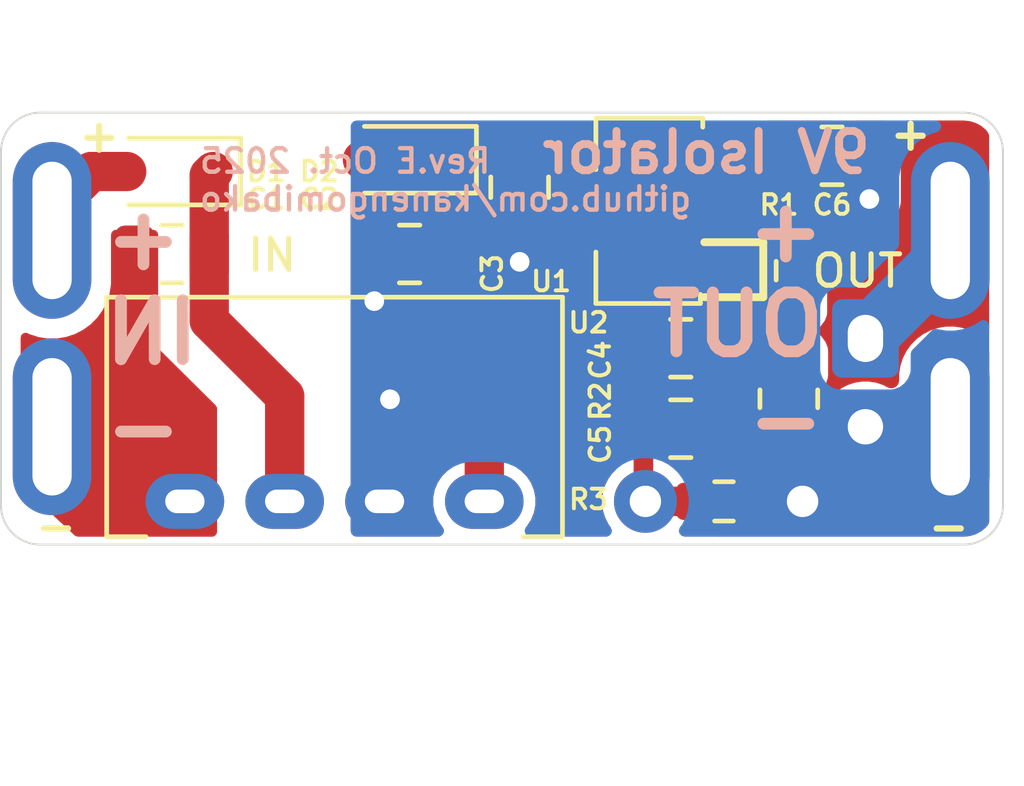
<source format=kicad_pcb>
(kicad_pcb (version 20241229) (generator "pcbnew") (generator_version "9.0")
  (layers (0 "F.Cu" signal) (2 "B.Cu" signal) (13 "F.Paste" user) (15 "B.Paste" user) (5 "F.SilkS" user "F.Silkscreen") (7 "B.SilkS" user "B.Silkscreen") (1 "F.Mask" user) (3 "B.Mask" user) (25 "Edge.Cuts" user))
  (net 0 "")
  (net 1 "GND_IN")
  (net 2 "Net-(D1-K)")
  (net 3 "GND")
  (net 4 "Net-(D2-K)")
  (net 5 "Net-(U2-ADJ)")
  (net 6 "Net-(D2-A)")
  (net 7 "Net-(D1-A)")
  (net 8 "Net-(J2-Pin_1)")
  (footprint "myFoot:my_D_SOD-323" (layer "F.Cu") (at 10.3 1.2 180)
    (property "Reference" "D2" (at 2.2 -0.3 0) (layer "F.SilkS") (effects (font (size 0.5 0.5) (thickness 0.1))))
    (property "Value" "1N5819WS")
    (fp_line (start -1.8 0.85) (end 1.05 0.85) (stroke (width 0.12)) (layer "F.SilkS"))
    (fp_line (start -1.8 -0.85) (end 1.05 -0.85) (stroke (width 0.12)) (layer "F.SilkS"))
    (fp_line (start -1.8 -0.85) (end -1.8 0.85) (stroke (width 0.12)) (layer "F.SilkS"))
    (pad "1" smd roundrect (at -1.1 0 180) (size 0.8 0.8) (layers "F.Cu" "F.Mask" "F.Paste") (net 4 "Net-(D2-K)"))
    (pad "2" smd roundrect (at 1.1 0 180) (size 0.8 0.8) (layers "F.Cu" "F.Mask" "F.Paste") (net 6 "Net-(D2-A)"))
  )
  (footprint "myFoot:my_conn" (layer "F.Cu") (at 22 6.95)
    (property "Reference" "REF**" (hide yes))
    (property "Value" "my_conn" (hide yes))
    (pad "1" thru_hole oval (at 0 1.05) (size 1.7 1.7) (drill oval 0.9) (layers "*.Cu" "*.Mask") (net 3 "GND"))
    (pad "2" thru_hole roundrect (at 0 -1.2) (size 1.7 2) (drill oval 0.9 1.2) (layers "*.Cu" "*.Mask") (roundrect_rratio 0.1470588235) (net 8 "Net-(J2-Pin_1)"))
  )
  (footprint "myFoot:my_conn" (layer "F.Cu") (at 24.16 5.5 180)
    (property "Reference" "J2" (hide yes))
    (property "Value" "OUT")
    (pad "1" thru_hole oval (at 0 2.5 180) (size 2 4.5) (drill oval 1 3.5) (layers "*.Cu" "*.Mask") (net 8 "Net-(J2-Pin_1)"))
    (pad "2" thru_hole oval (at 0 -2.5 180) (size 2 4.5) (drill oval 1 3.5) (layers "*.Cu" "*.Mask") (net 3 "GND"))
  )
  (footprint "Resistor_SMD:R_0603_1608Metric" (layer "F.Cu") (at 18.4 9.9)
    (property "Reference" "R3" (at -3.45 -0.05 0) (layer "F.SilkS") (effects (font (size 0.5 0.5) (thickness 0.1))))
    (property "Value" "20k")
    (fp_line (start -0.237258 -0.5) (end 0.237258 -0.5) (stroke (width 0.12)) (layer "F.SilkS"))
    (fp_line (start -0.237258 0.5) (end 0.237258 0.5) (stroke (width 0.12)) (layer "F.SilkS"))
    (pad "1" thru_hole circle (at -2 0) (size 1.6 1.6) (drill 0.8) (layers "*.Cu" "*.Mask") (net 5 "Net-(U2-ADJ)"))
    (pad "1" smd roundrect (at -0.825 0) (size 0.8 0.95) (layers "F.Cu" "F.Mask" "F.Paste") (net 5 "Net-(U2-ADJ)"))
    (pad "2" smd roundrect (at 0.825 0) (size 0.8 0.95) (layers "F.Cu" "F.Mask" "F.Paste") (net 3 "GND"))
    (pad "2" thru_hole circle (at 2 0) (size 1.6 1.6) (drill 0.8) (layers "*.Cu" "*.Mask") (net 3 "GND"))
  )
  (footprint "Converter_DCDC:Converter_DCDC_Murata_MEE1SxxxxSC_THT" (layer "F.Cu") (at 8.49 9.9 90)
    (property "Reference" "U1" (at 5.6 5.51 0) (layer "F.SilkS") (effects (font (size 0.5 0.5) (thickness 0.1))))
    (property "Value" "B0912S-1WR3")
    (fp_line (start 5.2 -5.8) (end -0.9 -5.8) (stroke (width 0.12)) (layer "F.SilkS"))
    (fp_line (start -0.9 -5.8) (end -0.9 -4.8) (stroke (width 0.12)) (layer "F.SilkS"))
    (fp_line (start -0.9 4.8) (end -0.9 5.8) (stroke (width 0.12)) (layer "F.SilkS"))
    (fp_line (start 5.2 5.8) (end 5.2 -5.8) (stroke (width 0.12)) (layer "F.SilkS"))
    (fp_line (start -0.9 5.8) (end 5.2 5.8) (stroke (width 0.12)) (layer "F.SilkS"))
    (pad "1" thru_hole oval (at 0 -3.81 90) (size 1.4 2) (drill oval 0.6 1) (layers "*.Cu" "*.Mask") (net 1 "GND_IN"))
    (pad "2" thru_hole oval (at 0 -1.27 90) (size 1.4 2) (drill oval 0.6 1) (layers "*.Cu" "*.Mask") (net 2 "Net-(D1-K)"))
    (pad "3" thru_hole oval (at 0 1.27 90) (size 1.4 2) (drill oval 0.6 1) (layers "*.Cu" "*.Mask") (net 3 "GND"))
    (pad "4" thru_hole oval (at 0 3.81 90) (size 1.4 2) (drill oval 0.6 1) (layers "*.Cu" "*.Mask") (net 6 "Net-(D2-A)"))
  )
  (footprint "Resistor_SMD:R_0805_2012Metric" (layer "F.Cu") (at 20.05 7.2875 -90)
    (property "Reference" "R2" (at 0.0625 4.8 270) (layer "F.SilkS") (effects (font (size 0.5 0.5) (thickness 0.1))))
    (property "Value" "1k")
    (fp_line (start -0.227064 0.735) (end 0.227064 0.735) (stroke (width 0.12)) (layer "F.SilkS"))
    (fp_line (start -0.227064 -0.735) (end 0.227064 -0.735) (stroke (width 0.12)) (layer "F.SilkS"))
    (pad "1" smd roundrect (at -0.9125 0 270) (size 1.025 1.4) (layers "F.Cu" "F.Mask" "F.Paste") (roundrect_rratio 0.243902) (net 5 "Net-(U2-ADJ)"))
    (pad "2" smd roundrect (at 0.9125 0 270) (size 1.025 1.4) (layers "F.Cu" "F.Mask" "F.Paste") (roundrect_rratio 0.243902) (net 3 "GND"))
  )
  (footprint "myFoot:SOT-89-3-rotate" (layer "F.Cu") (at 17 2.5 180)
    (property "Reference" "U2" (at 2.05 -2.85 0) (layer "F.SilkS") (effects (font (size 0.5 0.5) (thickness 0.1))))
    (property "Value" "LD1117AG-AD-AB3-A")
    (fp_line (start 1.86 2.36) (end -0.86 2.36) (stroke (width 0.12)) (layer "F.SilkS"))
    (fp_line (start 1.86 1.05) (end 1.86 2.36) (stroke (width 0.12)) (layer "F.SilkS"))
    (fp_line (start 1.86 -2.36) (end 1.86 -1.05) (stroke (width 0.12)) (layer "F.SilkS"))
    (fp_line (start -0.8 -2.13) (end -0.8 -2.36) (stroke (width 0.12)) (layer "F.SilkS"))
    (fp_line (start -0.8 -2.36) (end 1.86 -2.36) (stroke (width 0.12)) (layer "F.SilkS"))
    (fp_line (start -0.86 2.36) (end -0.86 2.13) (stroke (width 0.12)) (layer "F.SilkS"))
    (fp_line (start -0.9 -2.2) (end -2.4 -2.2) (stroke (width 0.2)) (layer "F.SilkS"))
    (fp_line (start -2.4 -0.8) (end -0.9 -0.8) (stroke (width 0.2)) (layer "F.SilkS"))
    (fp_line (start -2.4 -2.2) (end -2.4 -0.8) (stroke (width 0.2)) (layer "F.SilkS"))
    (pad "1" smd rect (at -1.45 -1.5 180) (size 1.3 0.9) (layers "F.Cu" "F.Mask" "F.Paste") (net 5 "Net-(U2-ADJ)"))
    (pad "2" smd custom (at -1.3625 0 180) (size 1.475 0.9) (layers "F.Cu" "F.Mask" "F.Paste") (net 8 "Net-(J2-Pin_1)") (options (clearance outline) (anchor rect)) (primitives (gr_poly (pts (xy 3.8625 0.8665) (xy 0.7375 0.8665) (xy 0.7375 -0.8665) (xy 3.8625 -0.8665)) (width 0) (fill yes))))
    (pad "3" smd rect (at -1.45 1.5 180) (size 1.3 0.9) (layers "F.Cu" "F.Mask" "F.Paste") (net 4 "Net-(D2-K)"))
  )
  (footprint "Capacitor_SMD:C_0805_2012Metric" (layer "F.Cu") (at 17.3 6 180)
    (property "Reference" "C4" (at 2.05 -0.3 90) (layer "F.SilkS") (effects (font (size 0.5 0.5) (thickness 0.1))))
    (property "Value" "22u")
    (fp_line (start -0.261252 0.735) (end 0.261252 0.735) (stroke (width 0.12)) (layer "F.SilkS"))
    (fp_line (start -0.261252 -0.735) (end 0.261252 -0.735) (stroke (width 0.12)) (layer "F.SilkS"))
    (pad "1" smd roundrect (at -0.95 0 180) (size 1 1.45) (layers "F.Cu" "F.Mask" "F.Paste") (net 3 "GND"))
    (pad "2" smd roundrect (at 0.95 0 180) (size 1 1.45) (layers "F.Cu" "F.Mask" "F.Paste") (net 5 "Net-(U2-ADJ)"))
  )
  (footprint "myFoot:my_D_SOD-323" (layer "F.Cu") (at 4.3 1.5 180)
    (property "Reference" "D1" (at -2.45 0 0) (layer "F.SilkS") (effects (font (size 0.5 0.5) (thickness 0.1))))
    (property "Value" "1N5819WS")
    (fp_line (start -1.8 0.85) (end 1.05 0.85) (stroke (width 0.12)) (layer "F.SilkS"))
    (fp_line (start -1.8 -0.85) (end 1.05 -0.85) (stroke (width 0.12)) (layer "F.SilkS"))
    (fp_line (start -1.8 -0.85) (end -1.8 0.85) (stroke (width 0.12)) (layer "F.SilkS"))
    (pad "1" smd roundrect (at -1.1 0 180) (size 0.8 0.8) (layers "F.Cu" "F.Mask" "F.Paste") (net 2 "Net-(D1-K)"))
    (pad "2" smd roundrect (at 1.1 0 180) (size 0.8 0.8) (layers "F.Cu" "F.Mask" "F.Paste") (net 7 "Net-(D1-A)"))
  )
  (footprint "Capacitor_SMD:C_0805_2012Metric" (layer "F.Cu") (at 10.4 3.6)
    (property "Reference" "C2" (at -2.3 -1.4 0) (layer "F.SilkS") (effects (font (size 0.5 0.5) (thickness 0.1))))
    (property "Value" "2.2u")
    (fp_line (start -0.261252 -0.735) (end 0.261252 -0.735) (stroke (width 0.12)) (layer "F.SilkS"))
    (fp_line (start -0.261252 0.735) (end 0.261252 0.735) (stroke (width 0.12)) (layer "F.SilkS"))
    (pad "1" smd roundrect (at -0.95 0) (size 1 1.45) (layers "F.Cu" "F.Mask" "F.Paste") (net 3 "GND"))
    (pad "2" smd roundrect (at 0.95 0) (size 1 1.45) (layers "F.Cu" "F.Mask" "F.Paste") (net 6 "Net-(D2-A)"))
  )
  (footprint "Capacitor_SMD:C_0805_2012Metric" (layer "F.Cu") (at 4.35 3.6)
    (property "Reference" "C1" (at 2.4 -1.4 0) (layer "F.SilkS") (effects (font (size 0.5 0.5) (thickness 0.1))))
    (property "Value" "2.2u")
    (fp_line (start -0.261252 -0.735) (end 0.261252 -0.735) (stroke (width 0.12)) (layer "F.SilkS"))
    (fp_line (start -0.261252 0.735) (end 0.261252 0.735) (stroke (width 0.12)) (layer "F.SilkS"))
    (pad "1" smd roundrect (at -0.95 0) (size 1 1.45) (layers "F.Cu" "F.Mask" "F.Paste") (net 1 "GND_IN"))
    (pad "2" smd roundrect (at 0.95 0) (size 1 1.45) (layers "F.Cu" "F.Mask" "F.Paste") (net 2 "Net-(D1-K)"))
  )
  (footprint "Capacitor_SMD:C_0805_2012Metric" (layer "F.Cu") (at 13.2 1.9 90)
    (property "Reference" "C3" (at -2.2 -0.7 90) (layer "F.SilkS") (effects (font (size 0.5 0.5) (thickness 0.1))))
    (property "Value" "2.2u")
    (fp_line (start -0.261252 -0.735) (end 0.261252 -0.735) (stroke (width 0.12)) (layer "F.SilkS"))
    (fp_line (start -0.261252 0.735) (end 0.261252 0.735) (stroke (width 0.12)) (layer "F.SilkS"))
    (pad "1" smd roundrect (at -0.95 0 90) (size 1 1.45) (layers "F.Cu" "F.Mask" "F.Paste") (net 3 "GND"))
    (pad "2" smd roundrect (at 0.95 0 90) (size 1 1.45) (layers "F.Cu" "F.Mask" "F.Paste") (net 4 "Net-(D2-K)"))
  )
  (footprint "Capacitor_SMD:C_0805_2012Metric" (layer "F.Cu") (at 21.150001 1.1 180)
    (property "Reference" "C6" (at 0.000001 -1.25 180) (layer "F.SilkS") (effects (font (size 0.5 0.5) (thickness 0.1))))
    (property "Value" "2.2u")
    (fp_line (start -0.261253 0.735) (end 0.261253 0.735) (stroke (width 0.12)) (layer "F.SilkS"))
    (fp_line (start -0.261253 -0.735) (end 0.261253 -0.735) (stroke (width 0.12)) (layer "F.SilkS"))
    (pad "1" smd roundrect (at -0.949999 0 180) (size 1 1.45) (layers "F.Cu" "F.Mask" "F.Paste") (net 3 "GND"))
    (pad "2" smd roundrect (at 0.949999 0 180) (size 1 1.45) (layers "F.Cu" "F.Mask" "F.Paste") (net 8 "Net-(J2-Pin_1)"))
  )
  (footprint "Resistor_SMD:R_0603_1608Metric" (layer "F.Cu") (at 20.25 4.025 -90)
    (property "Reference" "R1" (at -1.675 0.45 0) (layer "F.SilkS") (effects (font (size 0.5 0.5) (thickness 0.1))))
    (property "Value" "150R")
    (fp_line (start -0.237258 0.5225) (end 0.237258 0.5225) (stroke (width 0.12)) (layer "F.SilkS"))
    (pad "1" smd roundrect (at -0.825 0 270) (size 0.8 0.95) (layers "F.Cu" "F.Mask" "F.Paste") (net 8 "Net-(J2-Pin_1)"))
    (pad "2" smd roundrect (at 0.825 0 270) (size 0.8 0.95) (layers "F.Cu" "F.Mask" "F.Paste") (net 5 "Net-(U2-ADJ)"))
  )
  (footprint "Capacitor_SMD:C_0805_2012Metric" (layer "F.Cu") (at 17.3 8.05 180)
    (property "Reference" "C5" (at 2.05 -0.4 90) (layer "F.SilkS") (effects (font (size 0.5 0.5) (thickness 0.1))))
    (property "Value" "22u")
    (fp_line (start -0.261252 0.735) (end 0.261252 0.735) (stroke (width 0.12)) (layer "F.SilkS"))
    (fp_line (start -0.261252 -0.735) (end 0.261252 -0.735) (stroke (width 0.12)) (layer "F.SilkS"))
    (pad "1" smd roundrect (at -0.95 0 180) (size 1 1.45) (layers "F.Cu" "F.Mask" "F.Paste") (net 3 "GND"))
    (pad "2" smd roundrect (at 0.95 0 180) (size 1 1.45) (layers "F.Cu" "F.Mask" "F.Paste") (net 5 "Net-(U2-ADJ)"))
  )
  (footprint "myFoot:my_conn" (layer "F.Cu") (at 1.3 5.5 180)
    (property "Reference" "J1" (hide yes))
    (property "Value" "IN")
    (pad "1" thru_hole oval (at 0 2.5 180) (size 2 4.5) (drill oval 1 3.5) (layers "*.Cu" "*.Mask") (net 7 "Net-(D1-A)"))
    (pad "2" thru_hole oval (at 0 -2.5 180) (size 2 4.5) (drill oval 1 3.5) (layers "*.Cu" "*.Mask") (net 1 "GND_IN"))
  )
  (gr_arc (start 25.5 10) (mid 25.207107 10.707107) (end 24.5 11) (stroke (width 0.05)) (layer "Edge.Cuts"))
  (gr_arc (start 1 11) (mid 0.292893 10.707107) (end 0 10) (stroke (width 0.05)) (layer "Edge.Cuts"))
  (gr_line (start 25.5 1) (end 25.5 10) (stroke (width 0.05)) (layer "Edge.Cuts"))
  (gr_arc (start 0 1) (mid 0.292893 0.292893) (end 1 0) (stroke (width 0.05)) (layer "Edge.Cuts"))
  (gr_line (start 24.5 11) (end 1 11) (stroke (width 0.05)) (layer "Edge.Cuts"))
  (gr_arc (start 24.5 0) (mid 25.207107 0.292893) (end 25.5 1) (stroke (width 0.05)) (layer "Edge.Cuts"))
  (gr_line (start 0 10) (end 0 1) (stroke (width 0.05)) (layer "Edge.Cuts"))
  (gr_line (start 1 0) (end 24.5 0) (stroke (width 0.05)) (layer "Edge.Cuts"))
  (gr_text "-" (at 24.12 11 0) (layer "F.SilkS") (effects (font (size 0.8 0.8) (thickness 0.16) (bold yes)) (justify bottom)))
  (gr_text "+" (at 2.5 1.05 0) (layer "F.SilkS") (effects (font (size 0.8 0.8) (thickness 0.16) (bold yes)) (justify bottom)))
  (gr_text "+" (at 23.15 1 0) (layer "F.SilkS") (effects (font (size 0.8 0.8) (thickness 0.16) (bold yes)) (justify bottom)))
  (gr_text "IN" (at 6.9 4.1 0) (layer "F.SilkS") (effects (font (size 0.8 0.8) (thickness 0.13)) (justify bottom)))
  (gr_text "-" (at 1.4 11 0) (layer "F.SilkS") (effects (font (size 0.8 0.8) (thickness 0.16) (bold yes)) (justify bottom)))
  (gr_text "OUT" (at 21.8 4.5 0) (layer "F.SilkS") (effects (font (size 0.8 0.8) (thickness 0.13)) (justify bottom)))
  (gr_text "Rev.E Oct. 2025\ngithub.com/kanengomibako" (at 5 2.55 0) (layer "B.SilkS") (effects (font (size 0.6 0.6) (thickness 0.11) (bold yes)) (justify right bottom mirror)))
  (gr_text "+\nIN\n-" (at 2.5 5.6 0) (layer "B.SilkS") (effects (font (size 1.5 1.5) (thickness 0.3) (bold yes)) (justify right mirror)))
  (gr_text "9V Isolator" (at 17.95 1.6 0) (layer "B.SilkS") (effects (font (size 1 1) (thickness 0.2) (bold yes)) (justify bottom mirror)))
  (gr_text "+\nOUT\n-" (at 21.1 5.4 0) (layer "B.SilkS") (effects (font (size 1.5 1.5) (thickness 0.3) (bold yes)) (justify left mirror)))
  (segment (start 5.3 3.6) (end 5.3 5.3) (width 1) (layer "F.Cu") (net 2))
  (segment (start 5.3 5.3) (end 7.22 7.22) (width 1) (layer "F.Cu") (net 2))
  (segment (start 5.3 1.6) (end 5.4 1.5) (width 1) (layer "F.Cu") (net 2))
  (segment (start 5.3 3.6) (end 5.3 1.6) (width 1) (layer "F.Cu") (net 2))
  (segment (start 7.22 7.22) (end 7.22 9.9) (width 1) (layer "F.Cu") (net 2))
  (segment (start 24.16 8.94) (end 23.2 9.9) (width 1.5) (layer "F.Cu") (net 3))
  (segment (start 13.2 3.8) (end 13.2 2.85) (width 1.5) (layer "F.Cu") (net 3))
  (segment (start 18.25 6) (end 18.25 8.05) (width 1) (layer "F.Cu") (net 3))
  (segment (start 20.4 9.9) (end 23.2 9.9) (width 1.5) (layer "F.Cu") (net 3))
  (segment (start 22.1 1.1) (end 22.1 2.2) (width 1) (layer "F.Cu") (net 3))
  (segment (start 24.16 8) (end 24.16 8.94) (width 1.5) (layer "F.Cu") (net 3))
  (via (at 13.2 3.8) (size 1) (drill 0.5) (layers "F.Cu" "B.Cu") (net 3))
  (via (at 22.1 2.2) (size 1) (drill 0.5) (layers "F.Cu" "B.Cu") (net 3))
  (via (at 9.9 7.3) (size 1) (drill 0.5) (layers "F.Cu" "B.Cu") (net 3))
  (via (at 9.5 4.8) (size 1) (drill 0.5) (layers "F.Cu" "B.Cu") (net 3))
  (segment (start 11.4 1.2) (end 12.95 1.2) (width 1) (layer "F.Cu") (net 4))
  (segment (start 12.95 1.2) (end 13.2 0.95) (width 1) (layer "F.Cu") (net 4))
  (segment (start 18.4 0.95) (end 18.45 1) (width 0.75) (layer "F.Cu") (net 4))
  (segment (start 13.2 0.95) (end 18.4 0.95) (width 0.75) (layer "F.Cu") (net 4))
  (segment (start 20.25 4.85) (end 19.3 4.85) (width 0.5) (layer "F.Cu") (net 5))
  (segment (start 17.575 9.9) (end 16.4 9.9) (width 0.75) (layer "F.Cu") (net 5))
  (segment (start 18.45 4) (end 16.95 5.5) (width 0.5) (layer "F.Cu") (net 5))
  (segment (start 16.35 9.85) (end 16.4 9.9) (width 0.5) (layer "F.Cu") (net 5))
  (segment (start 16.85 5.5) (end 16.35 6) (width 0.5) (layer "F.Cu") (net 5))
  (segment (start 20.25 6.175) (end 20.05 6.375) (width 0.5) (layer "F.Cu") (net 5))
  (segment (start 19.3 4.85) (end 18.45 4) (width 0.5) (layer "F.Cu") (net 5))
  (segment (start 16.35 6) (end 16.35 8.05) (width 0.5) (layer "F.Cu") (net 5))
  (segment (start 20.25 4.85) (end 20.25 6.175) (width 0.5) (layer "F.Cu") (net 5))
  (segment (start 16.35 8.05) (end 16.35 9.85) (width 0.5) (layer "F.Cu") (net 5))
  (segment (start 16.95 5.5) (end 16.85 5.5) (width 0.5) (layer "F.Cu") (net 5))
  (segment (start 11.35 3.6) (end 11.35 6.55) (width 1) (layer "F.Cu") (net 6))
  (segment (start 12.3 7.5) (end 12.3 9.9) (width 1) (layer "F.Cu") (net 6))
  (segment (start 9.5 1.2) (end 11.35 3.05) (width 1) (layer "F.Cu") (net 6))
  (segment (start 11.35 3.05) (end 11.35 3.6) (width 1) (layer "F.Cu") (net 6))
  (segment (start 9.2 1.2) (end 9.5 1.2) (width 1) (layer "F.Cu") (net 6))
  (segment (start 11.35 6.55) (end 12.3 7.5) (width 1) (layer "F.Cu") (net 6))
  (segment (start 1.3 3) (end 1.3 2.5) (width 1) (layer "F.Cu") (net 7))
  (segment (start 1.3 2.5) (end 2.3 1.5) (width 1) (layer "F.Cu") (net 7))
  (segment (start 2.3 1.5) (end 3.2 1.5) (width 1) (layer "F.Cu") (net 7))
  (segment (start 24.16 3.59) (end 22 5.75) (width 1.5) (layer "B.Cu") (net 8))
  (segment (start 24.16 3) (end 24.16 3.59) (width 1.5) (layer "B.Cu") (net 8))
  (zone (net 8) (net_name "Net-(J2-Pin_1)") (layer "F.Cu") (priority 1) (connect_pads yes (clearance 0.3)) (min_thickness 0.4) (fill yes (thermal_gap 0.3) (thermal_bridge_width 1))
    (polygon (pts (xy 11.8 10.8) (xy 11.8 0.2) (xy 25.15 0.2) (xy 25.15 10.8)))
  )
  (zone (net 1) (net_name "GND_IN") (layer "F.Cu") (priority 1) (connect_pads yes (clearance 0.5)) (min_thickness 0.25) (fill yes (thermal_gap 0.5) (thermal_bridge_width 0.5))
    (polygon (pts (xy 5.5 10.883871) (xy 5.5 7.487903) (xy 4 6) (xy 4 2.983871) (xy 0.5 2.983871) (xy 0.5 9.483871) (xy 2 10.883871)))
  )
  (zone (net 3) (net_name "GND") (layers "F.Cu" "B.Cu") (connect_pads yes (clearance 0.3)) (min_thickness 0.3) (fill yes (thermal_gap 0.3) (thermal_bridge_width 1))
    (polygon (pts (xy 8.9 10.8) (xy 8.9 0.2) (xy 25.15 0.2) (xy 25.15 10.8)))
  )
)
</source>
